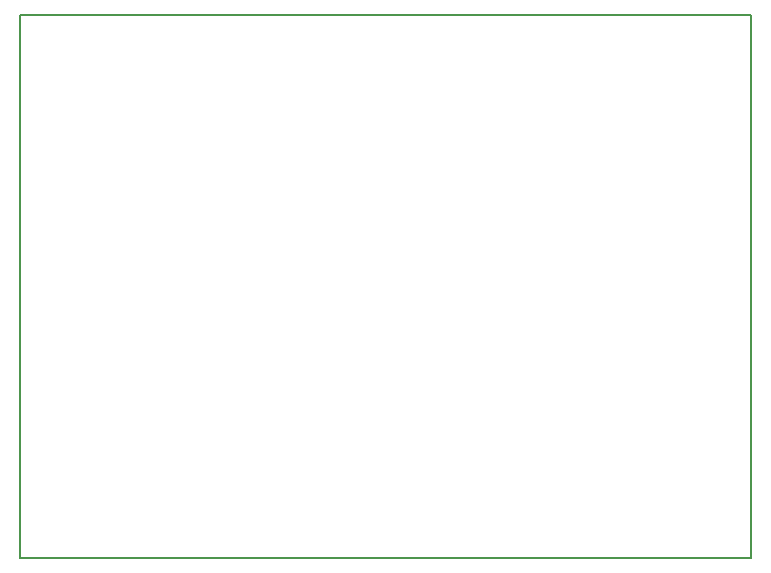
<source format=gbo>
G04 MADE WITH FRITZING*
G04 WWW.FRITZING.ORG*
G04 DOUBLE SIDED*
G04 HOLES PLATED*
G04 CONTOUR ON CENTER OF CONTOUR VECTOR*
%ASAXBY*%
%FSLAX23Y23*%
%MOIN*%
%OFA0B0*%
%SFA1.0B1.0*%
%ADD10R,2.447480X1.818860X2.431480X1.802860*%
%ADD11C,0.008000*%
%LNSILK0*%
G90*
G70*
G54D11*
X4Y1815D02*
X2443Y1815D01*
X2443Y4D01*
X4Y4D01*
X4Y1815D01*
D02*
G04 End of Silk0*
M02*
</source>
